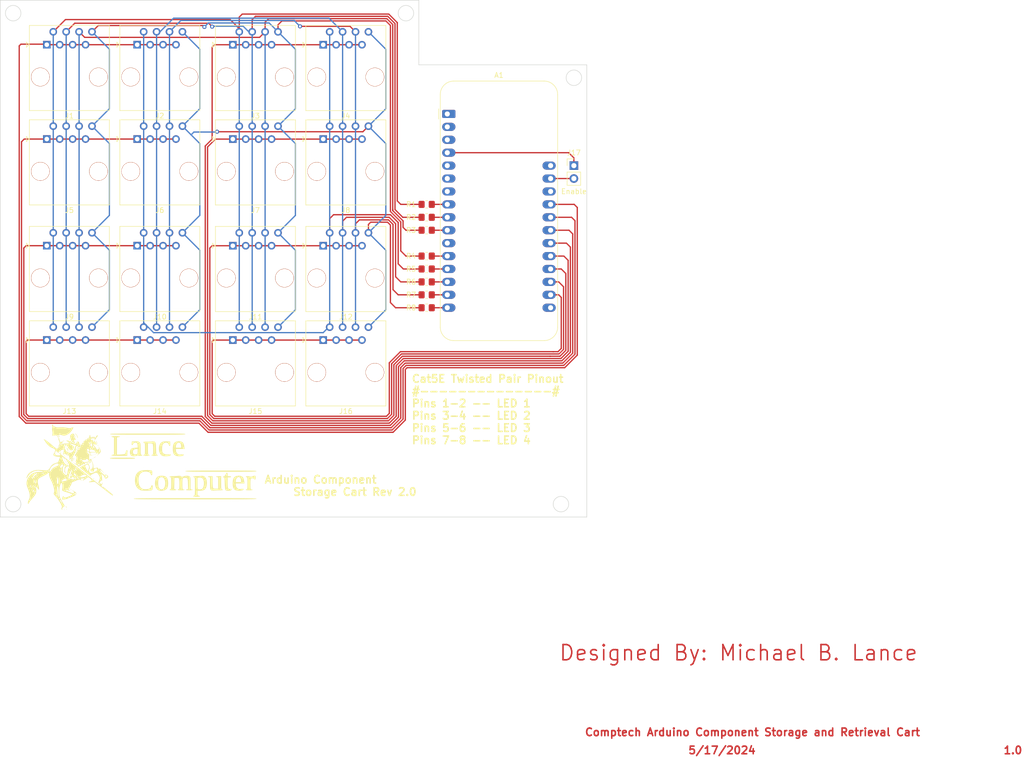
<source format=kicad_pcb>
(kicad_pcb (version 20240108) (generator "pcbnew") (generator_version "8.0")
  (layers (0 "F.Cu" signal) (31 "B.Cu" signal) (34 "B.Paste" user) (35 "F.Paste" user) (36 "B.SilkS" user "B.Silkscreen") (37 "F.SilkS" user "F.Silkscreen") (38 "B.Mask" user) (39 "F.Mask" user) (44 "Edge.Cuts" user))
  (net 0 "")
  (net 4 "R5")
  (net 5 "R8")
  (net 6 "R2")
  (net 8 "C7")
  (net 11 "R4")
  (net 13 "C3")
  (net 14 "C8")
  (net 15 "R6")
  (net 16 "R7")
  (net 17 "C4")
  (net 18 "C6")
  (net 19 "R1")
  (net 20 "C5")
  (net 22 "C1")
  (net 23 "C2")
  (net 25 "R3")
  (net 27 "Net-(A1-A4)")
  (net 28 "Net-(A1-A3)")
  (net 29 "Net-(A1-A5)")
  (net 30 "Net-(A1-MOSI)")
  (net 31 "Net-(A1-RX)")
  (net 32 "Net-(A1-MISO)")
  (net 33 "Net-(A1-TX)")
  (net 34 "Net-(A1-SPARE)")
  (net 35 "Net-(A1-EN)")
  (net 36 "GND")
  (footprint "Connector_RJ:RJ45_OST_PJ012-8P8CX_Vertical" (layer "F.Cu") (at 80.269 93.972)
    (property "Reference" "J9")
    (property "Value" "RJ45")
  )
  (footprint "Resistor_SMD:R_0805_2012Metric_Pad1.20x1.40mm_HandSolder" (layer "F.Cu") (at 154.956 98.552)
    (property "Reference" "R5")
    (property "Value" "R")
  )
  (footprint "Connector_RJ:RJ45_OST_PJ012-8P8CX_Vertical" (layer "F.Cu") (at 134.615 93.98)
    (property "Reference" "J12")
    (property "Value" "RJ45")
  )
  (footprint "Resistor_SMD:R_0805_2012Metric_Pad1.20x1.40mm_HandSolder" (layer "F.Cu") (at 154.956 85.852 180)
    (property "Reference" "R1")
    (property "Value" "R")
  )
  (footprint "Connector_RJ:RJ45_OST_PJ012-8P8CX_Vertical" (layer "F.Cu") (at 80.269 54.458)
    (property "Reference" "J1")
    (property "Value" "RJ45")
  )
  (footprint "Connector_RJ:RJ45_OST_PJ012-8P8CX_Vertical" (layer "F.Cu") (at 134.615 54.466)
    (property "Reference" "J4")
    (property "Value" "RJ45")
  )
  (footprint "Connector_RJ:RJ45_OST_PJ012-8P8CX_Vertical" (layer "F.Cu") (at 98.044 73.008)
    (property "Reference" "J6")
    (property "Value" "RJ45")
  )
  (footprint "Connector_RJ:RJ45_OST_PJ012-8P8CX_Vertical" (layer "F.Cu") (at 80.269 73.008)
    (property "Reference" "J5")
    (property "Value" "RJ45")
  )
  (footprint "Connector_RJ:RJ45_OST_PJ012-8P8CX_Vertical" (layer "F.Cu") (at 116.84 93.98)
    (property "Reference" "J11")
    (property "Value" "RJ45")
  )
  (footprint "Connector_RJ:RJ45_OST_PJ012-8P8CX_Vertical" (layer "F.Cu") (at 116.84 112.53)
    (property "Reference" "J15")
    (property "Value" "RJ45")
  )
  (footprint "Connector_RJ:RJ45_OST_PJ012-8P8CX_Vertical" (layer "F.Cu") (at 116.84 54.466)
    (property "Reference" "J3")
    (property "Value" "RJ45")
  )
  (footprint "LOGO" (layer "F.Cu") (at 99.06 137.668)
    (property "Reference" "G***" (hide yes))
    (property "Value" "LOGO" (hide yes))
  )
  (footprint "Resistor_SMD:R_0805_2012Metric_Pad1.20x1.40mm_HandSolder" (layer "F.Cu") (at 154.956 101.092)
    (property "Reference" "R6")
    (property "Value" "R")
  )
  (footprint "Resistor_SMD:R_0805_2012Metric_Pad1.20x1.40mm_HandSolder" (layer "F.Cu") (at 154.956 88.392 180)
    (property "Reference" "R2")
    (property "Value" "R")
  )
  (footprint "Resistor_SMD:R_0805_2012Metric_Pad1.20x1.40mm_HandSolder" (layer "F.Cu") (at 154.956 103.632)
    (property "Reference" "R7")
    (property "Value" "R")
  )
  (footprint "Connector_RJ:RJ45_OST_PJ012-8P8CX_Vertical" (layer "F.Cu") (at 98.044 93.972)
    (property "Reference" "J10")
    (property "Value" "RJ45")
  )
  (footprint "Connector_RJ:RJ45_OST_PJ012-8P8CX_Vertical" (layer "F.Cu") (at 134.615 73.016)
    (property "Reference" "J8")
    (property "Value" "RJ45")
  )
  (footprint "Connector_RJ:RJ45_OST_PJ012-8P8CX_Vertical" (layer "F.Cu") (at 134.615 112.53)
    (property "Reference" "J16")
    (property "Value" "RJ45")
  )
  (footprint "Connector_RJ:RJ45_OST_PJ012-8P8CX_Vertical" (layer "F.Cu") (at 80.269 112.522)
    (property "Reference" "J13")
    (property "Value" "RJ45")
  )
  (footprint "Connector_RJ:RJ45_OST_PJ012-8P8CX_Vertical" (layer "F.Cu") (at 116.84 73.016)
    (property "Reference" "J7")
    (property "Value" "RJ45")
  )
  (footprint "Resistor_SMD:R_0805_2012Metric_Pad1.20x1.40mm_HandSolder" (layer "F.Cu") (at 154.956 96.012)
    (property "Reference" "R4")
    (property "Value" "R")
  )
  (footprint "Resistor_SMD:R_0805_2012Metric_Pad1.20x1.40mm_HandSolder" (layer "F.Cu") (at 154.956 106.172)
    (property "Reference" "R8")
    (property "Value" "R")
  )
  (footprint "Module:Adafruit_Feather" (layer "F.Cu") (at 159.004 68.072)
    (property "Reference" "A1")
    (property "Value" "Adafruit_Feather_Generic")
  )
  (footprint "Connector_RJ:RJ45_OST_PJ012-8P8CX_Vertical" (layer "F.Cu") (at 98.044 54.458)
    (property "Reference" "J2")
    (property "Value" "RJ45")
  )
  (footprint "Resistor_SMD:R_0805_2012Metric_Pad1.20x1.40mm_HandSolder" (layer "F.Cu") (at 154.956 90.932 180)
    (property "Reference" "R3")
    (property "Value" "R")
  )
  (footprint "Connector_PinHeader_2.54mm:PinHeader_1x02_P2.54mm_Vertical" (layer "F.Cu") (at 183.896 78.232)
    (property "Reference" "J17")
    (property "Value" "Enable")
  )
  (footprint "Connector_RJ:RJ45_OST_PJ012-8P8CX_Vertical" (layer "F.Cu") (at 98.044 112.522)
    (property "Reference" "J14")
    (property "Value" "RJ45")
  )
  (gr_circle (center 150.876 48.26) (end 150.876 49.784) (stroke (width 0.1)) (fill none) (layer "Edge.Cuts"))
  (gr_circle (center 181.356 144.78) (end 181.356 146.304) (stroke (width 0.1)) (fill none) (layer "Edge.Cuts"))
  (gr_line (start 186.436 58.42) (end 153.416 58.42) (stroke (width 0.1)) (layer "Edge.Cuts"))
  (gr_line (start 147.32 45.72) (end 153.416 45.72) (stroke (width 0.1)) (layer "Edge.Cuts"))
  (gr_line (start 186.436 147.32) (end 71.12 147.32) (stroke (width 0.1)) (layer "Edge.Cuts"))
  (gr_line (start 71.12 147.32) (end 71.12 45.72) (stroke (width 0.1)) (layer "Edge.Cuts"))
  (gr_line (start 186.436 58.42) (end 186.436 147.32) (stroke (width 0.1)) (layer "Edge.Cuts"))
  (gr_circle (center 73.66 48.26) (end 73.66 49.784) (stroke (width 0.1)) (fill none) (layer "Edge.Cuts"))
  (gr_line (start 71.12 45.72) (end 147.32 45.72) (stroke (width 0.1)) (layer "Edge.Cuts"))
  (gr_circle (center 73.66 144.78) (end 73.66 146.304) (stroke (width 0.1)) (fill none) (layer "Edge.Cuts"))
  (gr_circle (center 183.896 60.96) (end 183.896 62.484) (stroke (width 0.1)) (fill none) (layer "Edge.Cuts"))
  (gr_line (start 153.416 58.42) (end 153.416 45.72) (stroke (width 0.1)) (layer "Edge.Cuts"))
  (gr_text "Designed By: Michael B. Lance\n" (at 180.848 175.768 0) (layer "F.Cu") (effects (font (size 3 3) (thickness 0.3) (bold yes)) (justify left bottom)))
  (gr_text "Comptech Arduino Component Storage and Retrieval Cart" (at 185.928 190.5 0) (layer "F.Cu") (effects (font (size 1.5 1.5) (thickness 0.3) (bold yes)) (justify left bottom)))
  (gr_text "5/17/2024\n" (at 206.248 194.056 0) (layer "F.Cu") (effects (font (size 1.5 1.5) (thickness 0.3) (bold yes)) (justify left bottom)))
  (gr_text "1.0\n" (at 268.224 194.056 0) (layer "F.Cu") (effects (font (size 1.5 1.5) (thickness 0.3) (bold yes)) (justify left bottom)))
  (gr_text "Arduino Component \n	Storage Cart Rev 2.0\n" (at 122.936 143.256 0) (layer "F.SilkS") (effects (font (size 1.5 1.5) (thickness 0.3) (bold yes)) (justify left bottom)))
  (gr_text "Cat5E Twisted Pair Pinout\n#--------------#\nPins 1-2 -- LED 1\nPins 3-4 -- LED 2\nPins 5-6 -- LED 3\nPins 7-8 -- LED 4" (at 151.892 133.096 0) (layer "F.SilkS") (effects (font (size 1.5 1.5) (thickness 0.3) (bold yes)) (justify left bottom)))
  (segment (start 183.664 91.658) (end 182.938 90.932) (width 0.25) (layer "F.Cu") (net 4))
  (segment (start 147.97598 129.758) (end 149.86 127.87398) (width 0.25) (layer "F.Cu") (net 4))
  (segment (start 182.938 90.932) (end 179.89 90.932) (width 0.25) (layer "F.Cu") (net 4))
  (segment (start 110.551604 127.958) (end 112.351604 129.758) (width 0.25) (layer "F.Cu") (net 4))
  (segment (start 87.889 93.972) (end 98.044 93.972) (width 0.25) (layer "F.Cu") (net 4))
  (segment (start 112.351604 129.758) (end 147.97598 129.758) (width 0.25) (layer "F.Cu") (net 4))
  (segment (start 179.832 90.932) (end 179.324 90.932) (width 0.25) (layer "F.Cu") (net 4))
  (segment (start 183.664 115.109782) (end 183.664 91.658) (width 0.25) (layer "F.Cu") (net 4))
  (segment (start 75.75 127.186396) (end 76.521604 127.958) (width 0.25) (layer "F.Cu") (net 4))
  (segment (start 76.208 93.972) (end 75.75 94.43) (width 0.25) (layer "F.Cu") (net 4))
  (segment (start 149.86 127.87398) (end 149.86 117.933) (width 0.25) (layer "F.Cu") (net 4))
  (segment (start 82.809 93.972) (end 85.349 93.972) (width 0.25) (layer "F.Cu") (net 4))
  (segment (start 98.044 93.972) (end 100.584 93.972) (width 0.25) (layer "F.Cu") (net 4))
  (segment (start 149.86 117.933) (end 150.735 117.058) (width 0.25) (layer "F.Cu") (net 4))
  (segment (start 181.715782 117.058) (end 183.664 115.109782) (width 0.25) (layer "F.Cu") (net 4))
  (segment (start 100.584 93.972) (end 103.124 93.972) (width 0.25) (layer "F.Cu") (net 4))
  (segment (start 75.75 94.43) (end 75.75 127.186396) (width 0.25) (layer "F.Cu") (net 4))
  (segment (start 80.269 93.972) (end 82.809 93.972) (width 0.25) (layer "F.Cu") (net 4))
  (segment (start 85.349 93.972) (end 87.889 93.972) (width 0.25) (layer "F.Cu") (net 4))
  (segment (start 179.832 90.932) (end 179.324 90.932) (width 0.25) (layer "F.Cu") (net 4))
  (segment (start 76.521604 127.958) (end 110.551604 127.958) (width 0.25) (layer "F.Cu") (net 4))
  (segment (start 103.124 93.972) (end 105.664 93.972) (width 0.25) (layer "F.Cu") (net 4))
  (segment (start 80.269 93.972) (end 76.208 93.972) (width 0.25) (layer "F.Cu") (net 4))
  (segment (start 150.735 117.058) (end 181.715782 117.058) (width 0.25) (layer "F.Cu") (net 4))
  (segment (start 147.61 117.001) (end 149.803 114.808) (width 0.25) (layer "F.Cu") (net 5))
  (segment (start 113.022 112.53) (end 112.776 112.776) (width 0.25) (layer "F.Cu") (net 5))
  (segment (start 113.284396 127.508) (end 147.044 127.508) (width 0.25) (layer "F.Cu") (net 5))
  (segment (start 147.61 126.942) (end 147.61 117.001) (width 0.25) (layer "F.Cu") (net 5))
  (segment (start 142.235 112.53) (end 139.695 112.53) (width 0.25) (layer "F.Cu") (net 5))
  (segment (start 116.84 112.53) (end 113.022 112.53) (width 0.25) (layer "F.Cu") (net 5))
  (segment (start 112.776 112.776) (end 112.776 126.999604) (width 0.25) (layer "F.Cu") (net 5))
  (segment (start 137.155 112.53) (end 134.615 112.53) (width 0.25) (layer "F.Cu") (net 5))
  (segment (start 119.38 112.53) (end 116.84 112.53) (width 0.25) (layer "F.Cu") (net 5))
  (segment (start 179.832 114.808) (end 180.783802 114.808) (width 0.25) (layer "F.Cu") (net 5))
  (segment (start 147.044 127.508) (end 147.61 126.942) (width 0.25) (layer "F.Cu") (net 5))
  (segment (start 179.832 114.808) (end 179.831802 114.807802) (width 0.25) (layer "F.Cu") (net 5))
  (segment (start 121.92 112.53) (end 119.38 112.53) (width 0.25) (layer "F.Cu") (net 5))
  (segment (start 134.615 112.53) (end 124.46 112.53) (width 0.25) (layer "F.Cu") (net 5))
  (segment (start 139.695 112.53) (end 137.155 112.53) (width 0.25) (layer "F.Cu") (net 5))
  (segment (start 124.46 112.53) (end 121.92 112.53) (width 0.25) (layer "F.Cu") (net 5))
  (segment (start 181.414 104.14) (end 180.906 103.632) (width 0.25) (layer "F.Cu") (net 5))
  (segment (start 149.803 114.808) (end 179.832 114.808) (width 0.25) (layer "F.Cu") (net 5))
  (segment (start 180.906 103.632) (end 179.324 103.632) (width 0.25) (layer "F.Cu") (net 5))
  (segment (start 180.783802 114.808) (end 181.414 114.177802) (width 0.25) (layer "F.Cu") (net 5))
  (segment (start 181.414 114.177802) (end 181.414 104.14) (width 0.25) (layer "F.Cu") (net 5))
  (segment (start 112.776 126.999604) (end 113.284396 127.508) (width 0.25) (layer "F.Cu") (net 5))
  (segment (start 147.603188 128.858) (end 112.725208 128.858) (width 0.25) (layer "F.Cu") (net 6))
  (segment (start 182.764 114.73699) (end 181.34299 116.158) (width 0.25) (layer "F.Cu") (net 6))
  (segment (start 112.776 73.0236) (end 112.776 54.974) (width 0.25) (layer "F.Cu") (net 6))
  (segment (start 148.96 117.56) (end 148.96 127.501188) (width 0.25) (layer "F.Cu") (net 6))
  (segment (start 124.46 54.466) (end 121.92 54.466) (width 0.25) (layer "F.Cu") (net 6))
  (segment (start 137.155 54.466) (end 134.615 54.466) (width 0.25) (layer "F.Cu") (net 6))
  (segment (start 179.382 96.012) (end 181.922 96.012) (width 0.25) (layer "F.Cu") (net 6))
  (segment (start 119.38 54.466) (end 116.84 54.466) (width 0.25) (layer "F.Cu") (net 6))
  (segment (start 148.96 127.501188) (end 147.603188 128.858) (width 0.25) (layer "F.Cu") (net 6))
  (segment (start 139.695 54.466) (end 137.155 54.466) (width 0.25) (layer "F.Cu") (net 6))
  (segment (start 121.92 54.466) (end 119.38 54.466) (width 0.25) (layer "F.Cu") (net 6))
  (segment (start 112.776 54.974) (end 113.284 54.466) (width 0.25) (layer "F.Cu") (net 6))
  (segment (start 112.725208 128.858) (end 111.426 127.558792) (width 0.25) (layer "F.Cu") (net 6))
  (segment (start 150.362 116.158) (end 148.96 117.56) (width 0.25) (layer "F.Cu") (net 6))
  (segment (start 113.284 54.466) (end 116.84 54.466) (width 0.25) (layer "F.Cu") (net 6))
  (segment (start 181.922 96.012) (end 182.764 96.854) (width 0.25) (layer "F.Cu") (net 6))
  (segment (start 111.426 127.558792) (end 111.426 74.3736) (width 0.25) (layer "F.Cu") (net 6))
  (segment (start 134.615 54.466) (end 124.46 54.466) (width 0.25) (layer "F.Cu") (net 6))
  (segment (start 181.34299 116.158) (end 150.362 116.158) (width 0.25) (layer "F.Cu") (net 6))
  (segment (start 142.235 54.466) (end 139.695 54.466) (width 0.25) (layer "F.Cu") (net 6))
  (segment (start 111.426 74.3736) (end 112.776 73.0236) (width 0.25) (layer "F.Cu") (net 6))
  (segment (start 182.764 96.854) (end 182.764 114.73699) (width 0.25) (layer "F.Cu") (net 6))
  (segment (start 139.8883 50.8493) (end 140.965 51.926) (width 0.25) (layer "F.Cu") (net 8))
  (segment (start 141.732 88.9) (end 147.448 88.9) (width 0.25) (layer "F.Cu") (net 8))
  (segment (start 147.448 88.9) (end 148.336 89.7876) (width 0.25) (layer "F.Cu") (net 8))
  (segment (start 130.048 50.8493) (end 139.8883 50.8493) (width 0.25) (layer "F.Cu") (net 8))
  (segment (start 149.352 103.632) (end 148.336 102.616) (width 0.25) (layer "F.Cu") (net 8))
  (segment (start 148.336 89.7876) (end 148.336 102.616) (width 0.25) (layer "F.Cu") (net 8))
  (segment (start 153.956 103.632) (end 149.352 103.632) (width 0.25) (layer "F.Cu") (net 8))
  (segment (start 140.965 89.667) (end 141.732 88.9) (width 0.25) (layer "F.Cu") (net 8))
  (segment (start 140.965 91.44) (end 140.965 89.667) (width 0.25) (layer "F.Cu") (net 8))
  (via (at 130.048 50.8493) (size 0.8) (drill 0.4) (layers "F.Cu" "B.Cu") (net 8))
  (segment (start 140.965 70.476) (end 140.965 91.44) (width 0.25) (layer "B.Cu") (net 8))
  (segment (start 140.965 91.44) (end 140.965 109.99) (width 0.25) (layer "B.Cu") (net 8))
  (segment (start 104.394 51.918) (end 104.394 70.468) (width 0.25) (layer "B.Cu") (net 8))
  (segment (start 130.048 50.8493) (end 128.8944 49.6957) (width 0.25) (layer "B.Cu") (net 8))
  (segment (start 106.6163 49.6957) (end 104.394 51.918) (width 0.25) (layer "B.Cu") (net 8))
  (segment (start 104.394 70.468) (end 104.394 91.432) (width 0.25) (layer "B.Cu") (net 8))
  (segment (start 128.8944 49.6957) (end 106.6163 49.6957) (width 0.25) (layer "B.Cu") (net 8))
  (segment (start 104.394 91.432) (end 104.394 109.982) (width 0.25) (layer "B.Cu") (net 8))
  (segment (start 140.965 51.926) (end 140.965 70.476) (width 0.25) (layer "B.Cu") (net 8))
  (segment (start 148.51 127.314792) (end 147.416792 128.408) (width 0.25) (layer "F.Cu") (net 11))
  (segment (start 182.314 99.452) (end 181.414 98.552) (width 0.25) (layer "F.Cu") (net 11))
  (segment (start 148.51 117.374) (end 148.51 127.314792) (width 0.25) (layer "F.Cu") (net 11))
  (segment (start 111.876 127.372396) (end 111.876 74.56) (width 0.25) (layer "F.Cu") (net 11))
  (segment (start 121.92 73.016) (end 119.38 73.016) (width 0.25) (layer "F.Cu") (net 11))
  (segment (start 179.247 115.708) (end 181.156594 115.708) (width 0.25) (layer "F.Cu") (net 11))
  (segment (start 111.876 74.56) (end 113.42 73.016) (width 0.25) (layer "F.Cu") (net 11))
  (segment (start 134.615 73.016) (end 124.46 73.016) (width 0.25) (layer "F.Cu") (net 11))
  (segment (start 179.246604 115.708) (end 150.176 115.708) (width 0.25) (layer "F.Cu") (net 11))
  (segment (start 182.314 114.550594) (end 182.314 99.452) (width 0.25) (layer "F.Cu") (net 11))
  (segment (start 181.414 98.552) (end 179.382 98.552) (width 0.25) (layer "F.Cu") (net 11))
  (segment (start 112.911604 128.408) (end 111.876 127.372396) (width 0.25) (layer "F.Cu") (net 11))
  (segment (start 142.235 73.016) (end 139.695 73.016) (width 0.25) (layer "F.Cu") (net 11))
  (segment (start 150.176 115.708) (end 148.51 117.374) (width 0.25) (layer "F.Cu") (net 11))
  (segment (start 113.42 73.016) (end 116.84 73.016) (width 0.25) (layer "F.Cu") (net 11))
  (segment (start 119.38 73.016) (end 116.84 73.016) (width 0.25) (layer "F.Cu") (net 11))
  (segment (start 147.416792 128.408) (end 112.911604 128.408) (width 0.25) (layer "F.Cu") (net 11))
  (segment (start 139.695 73.016) (end 137.155 73.016) (width 0.25) (layer "F.Cu") (net 11))
  (segment (start 124.46 73.016) (end 121.92 73.016) (width 0.25) (layer "F.Cu") (net 11))
  (segment (start 179.246802 115.707802) (end 179.246604 115.708) (width 0.25) (layer "F.Cu") (net 11))
  (segment (start 137.155 73.016) (end 134.615 73.016) (width 0.25) (layer "F.Cu") (net 11))
  (segment (start 181.156594 115.708) (end 182.314 114.550594) (width 0.25) (layer "F.Cu") (net 11))
  (segment (start 122.099 53.017) (end 123.19 51.926) (width 0.25) (layer "F.Cu") (net 13))
  (segment (start 148.278 86.868) (end 148.278 87.0612) (width 0.25) (layer "F.Cu") (net 13))
  (segment (start 148.278 86.868) (end 148.278 87.061204) (width 0.25) (layer "F.Cu") (net 13))
  (segment (start 123.894 49.334) (end 147.121 49.334) (width 0.25) (layer "F.Cu") (net 13))
  (segment (start 150.31 90.366) (end 150.876 90.932) (width 0.25) (layer "F.Cu") (net 13))
  (segment (start 123.19 51.926) (end 123.19 50.038) (width 0.25) (layer "F.Cu") (net 13))
  (segment (start 148.278 87.061204) (end 150.31 89.093204) (width 0.25) (layer "F.Cu") (net 13))
  (segment (start 147.121 49.334) (end 148.278 50.4908) (width 0.25) (layer "F.Cu") (net 13))
  (segment (start 148.278 50.4908) (end 148.278 86.868) (width 0.25) (layer "F.Cu") (net 13))
  (segment (start 123.19 50.038) (end 123.894 49.334) (width 0.25) (layer "F.Cu") (net 13))
  (segment (start 150.876 90.932) (end 153.956 90.932) (width 0.25) (layer "F.Cu") (net 13))
  (segment (start 86.619 51.918) (end 87.718 53.017) (width 0.25) (layer "F.Cu") (net 13))
  (segment (start 87.718 53.017) (end 122.099 53.017) (width 0.25) (layer "F.Cu") (net 13))
  (segment (start 150.31 89.093204) (end 150.31 90.366) (width 0.25) (layer "F.Cu") (net 13))
  (segment (start 86.619 70.468) (end 86.619 91.432) (width 0.25) (layer "B.Cu") (net 13))
  (segment (start 86.619 51.918) (end 86.619 70.468) (width 0.25) (layer "B.Cu") (net 13))
  (segment (start 123.19 91.44) (end 123.19 109.99) (width 0.25) (layer "B.Cu") (net 13))
  (segment (start 123.19 70.476) (end 123.19 91.44) (width 0.25) (layer "B.Cu") (net 13))
  (segment (start 86.619 91.432) (end 86.619 109.982) (width 0.25) (layer "B.Cu") (net 13))
  (segment (start 123.19 51.926) (end 123.19 70.476) (width 0.25) (layer "B.Cu") (net 13))
  (segment (start 143.505 70.476) (end 142.4143 71.5667) (width 0.25) (layer "F.Cu") (net 14))
  (segment (start 153.956 106.172) (end 148.844 106.172) (width 0.25) (layer "F.Cu") (net 14))
  (segment (start 143.505 91.44) (end 143.505 89.7954) (width 0.25) (layer "F.Cu") (net 14))
  (segment (start 147.828 89.916) (end 147.828 105.156) (width 0.25) (layer "F.Cu") (net 14))
  (segment (start 142.4143 71.5667) (end 113.7422 71.5667) (width 0.25) (layer "F.Cu") (net 14))
  (segment (start 147.828 105.156) (end 148.844 106.172) (width 0.25) (layer "F.Cu") (net 14))
  (segment (start 143.505 89.7954) (end 143.95 89.35) (width 0.25) (layer "F.Cu") (net 14))
  (segment (start 147.262 89.35) (end 147.828 89.916) (width 0.25) (layer "F.Cu") (net 14))
  (segment (start 143.95 89.35) (end 147.262 89.35) (width 0.25) (layer "F.Cu") (net 14))
  (via (at 113.7422 71.5667) (size 0.8) (drill 0.4) (layers "F.Cu" "B.Cu") (net 14))
  (segment (start 143.505 70.476) (end 146.925 73.896) (width 0.25) (layer "B.Cu") (net 14))
  (segment (start 143.505 51.926) (end 146.925 55.346) (width 0.25) (layer "B.Cu") (net 14))
  (segment (start 106.934 91.432) (end 110.354 94.852) (width 0.25) (layer "B.Cu") (net 14))
  (segment (start 110.354 55.338) (end 106.934 51.918) (width 0.25) (layer "B.Cu") (net 14))
  (segment (start 113.6809 71.628) (end 113.7422 71.5667) (width 0.25) (layer "B.Cu") (net 14))
  (segment (start 110.354 88.012) (end 106.934 91.432) (width 0.25) (layer "B.Cu") (net 14))
  (segment (start 108.644 72.178) (end 109.194 71.628) (width 0.25) (layer "B.Cu") (net 14))
  (segment (start 108.644 72.178) (end 110.354 73.888) (width 0.25) (layer "B.Cu") (net 14))
  (segment (start 146.925 55.346) (end 146.925 67.056) (width 0.25) (layer "B.Cu") (net 14))
  (segment (start 146.925 73.896) (end 146.925 88.02) (width 0.25) (layer "B.Cu") (net 14))
  (segment (start 106.934 70.468) (end 108.644 72.178) (width 0.25) (layer "B.Cu") (net 14))
  (segment (start 109.194 71.628) (end 113.6809 71.628) (width 0.25) (layer "B.Cu") (net 14))
  (segment (start 146.925 94.86) (end 146.925 106.57) (width 0.25) (layer "B.Cu") (net 14))
  (segment (start 110.354 94.852) (end 110.354 106.562) (width 0.25) (layer "B.Cu") (net 14))
  (segment (start 146.925 67.056) (end 143.505 70.476) (width 0.25) (layer "B.Cu") (net 14))
  (segment (start 110.354 73.888) (end 110.354 88.012) (width 0.25) (layer "B.Cu") (net 14))
  (segment (start 146.925 106.57) (end 143.505 109.99) (width 0.25) (layer "B.Cu") (net 14))
  (segment (start 110.354 55.338) (end 110.354 67.048) (width 0.25) (layer "B.Cu") (net 14))
  (segment (start 146.925 88.02) (end 143.505 91.44) (width 0.25) (layer "B.Cu") (net 14))
  (segment (start 143.505 91.44) (end 146.925 94.86) (width 0.25) (layer "B.Cu") (net 14))
  (segment (start 110.354 67.048) (end 106.934 70.468) (width 0.25) (layer "B.Cu") (net 14))
  (segment (start 110.354 106.562) (end 106.934 109.982) (width 0.25) (layer "B.Cu") (net 14))
  (segment (start 148.06 127.128396) (end 148.06 117.188) (width 0.25) (layer "F.Cu") (net 15))
  (segment (start 116.84 93.98) (end 112.776 93.98) (width 0.25) (layer "F.Cu") (net 15))
  (segment (start 149.99 115.258) (end 180.970198 115.258) (width 0.25) (layer "F.Cu") (net 15))
  (segment (start 139.695 93.98) (end 142.235 93.98) (width 0.25) (layer "F.Cu") (net 15))
  (segment (start 112.326 94.43) (end 112.326 127.186) (width 0.25) (layer "F.Cu") (net 15))
  (segment (start 121.92 93.98) (end 124.46 93.98) (width 0.25) (layer "F.Cu") (net 15))
  (segment (start 112.776 93.98) (end 112.326 94.43) (width 0.25) (layer "F.Cu") (net 15))
  (segment (start 148.06 117.188) (end 149.99 115.258) (width 0.25) (layer "F.Cu") (net 15))
  (segment (start 181.864 114.364198) (end 181.864 102.05) (width 0.25) (layer "F.Cu") (net 15))
  (segment (start 116.84 93.98) (end 119.38 93.98) (width 0.25) (layer "F.Cu") (net 15))
  (segment (start 180.906 101.092) (end 179.324 101.092) (width 0.25) (layer "F.Cu") (net 15))
  (segment (start 181.864 102.05) (end 180.906 101.092) (width 0.25) (layer "F.Cu") (net 15))
  (segment (start 119.38 93.98) (end 121.92 93.98) (width 0.25) (layer "F.Cu") (net 15))
  (segment (start 137.155 93.98) (end 139.695 93.98) (width 0.25) (layer "F.Cu") (net 15))
  (segment (start 134.615 93.98) (end 137.155 93.98) (width 0.25) (layer "F.Cu") (net 15))
  (segment (start 180.970198 115.258) (end 181.864 114.364198) (width 0.25) (layer "F.Cu") (net 15))
  (segment (start 112.326 127.186) (end 113.098 127.958) (width 0.25) (layer "F.Cu") (net 15))
  (segment (start 124.46 93.98) (end 134.615 93.98) (width 0.25) (layer "F.Cu") (net 15))
  (segment (start 147.230396 127.958) (end 148.06 127.128396) (width 0.25) (layer "F.Cu") (net 15))
  (segment (start 113.098 127.958) (end 147.230396 127.958) (width 0.25) (layer "F.Cu") (net 15))
  (segment (start 149.41 127.687584) (end 147.789584 129.308) (width 0.25) (layer "F.Cu") (net 16))
  (segment (start 76.2 112.776) (end 76.454 112.522) (width 0.25) (layer "F.Cu") (net 16))
  (segment (start 147.789584 129.308) (end 112.538 129.308) (width 0.25) (layer "F.Cu") (net 16))
  (segment (start 76.2 127) (end 76.2 112.776) (width 0.25) (layer "F.Cu") (net 16))
  (segment (start 85.349 112.522) (end 82.809 112.522) (width 0.25) (layer "F.Cu") (net 16))
  (segment (start 98.044 112.522) (end 87.889 112.522) (width 0.25) (layer "F.Cu") (net 16))
  (segment (start 150.548396 116.608) (end 149.41 117.746396) (width 0.25) (layer "F.Cu") (net 16))
  (segment (start 181.529386 116.608) (end 150.548396 116.608) (width 0.25) (layer "F.Cu") (net 16))
  (segment (start 110.738 127.508) (end 76.708 127.508) (width 0.25) (layer "F.Cu") (net 16))
  (segment (start 179.382 93.472) (end 182.43 93.472) (width 0.25) (layer "F.Cu") (net 16))
  (segment (start 76.708 127.508) (end 76.2 127) (width 0.25) (layer "F.Cu") (net 16))
  (segment (start 149.41 117.746396) (end 149.41 127.687584) (width 0.25) (layer "F.Cu") (net 16))
  (segment (start 87.889 112.522) (end 85.349 112.522) (width 0.25) (layer "F.Cu") (net 16))
  (segment (start 103.124 112.522) (end 100.584 112.522) (width 0.25) (layer "F.Cu") (net 16))
  (segment (start 183.214 114.923386) (end 181.529386 116.608) (width 0.25) (layer "F.Cu") (net 16))
  (segment (start 100.584 112.522) (end 98.044 112.522) (width 0.25) (layer "F.Cu") (net 16))
  (segment (start 76.454 112.522) (end 80.269 112.522) (width 0.25) (layer "F.Cu") (net 16))
  (segment (start 105.664 112.522) (end 103.124 112.522) (width 0.25) (layer "F.Cu") (net 16))
  (segment (start 82.809 112.522) (end 80.269 112.522) (width 0.25) (layer "F.Cu") (net 16))
  (segment (start 182.43 93.472) (end 183.214 94.256) (width 0.25) (layer "F.Cu") (net 16))
  (segment (start 183.214 94.256) (end 183.214 114.923386) (width 0.25) (layer "F.Cu") (net 16))
  (segment (start 112.538 129.308) (end 110.738 127.508) (width 0.25) (layer "F.Cu") (net 16))
  (segment (start 110.977 50.6894) (end 90.3876 50.6894) (width 0.25) (layer "F.Cu") (net 17))
  (segment (start 90.3876 50.6894) (end 89.159 51.918) (width 0.25) (layer "F.Cu") (net 17))
  (segment (start 149.86 89.2796) (end 149.86 94.996) (width 0.25) (layer "F.Cu") (net 17))
  (segment (start 125.73 50.546) (end 126.492 49.784) (width 0.25) (layer "F.Cu") (net 17))
  (segment (start 111.252 50.9644) (end 110.977 50.6894) (width 0.25) (layer "F.Cu") (net 17))
  (segment (start 125.73 51.926) (end 125.73 50.546) (width 0.25) (layer "F.Cu") (net 17))
  (segment (start 126.492 49.784) (end 146.935 49.784) (width 0.25) (layer "F.Cu") (net 17))
  (segment (start 147.828 87.2476) (end 149.86 89.2796) (width 0.25) (layer "F.Cu") (net 17))
  (segment (start 146.935 49.784) (end 147.828 50.6772) (width 0.25) (layer "F.Cu") (net 17))
  (segment (start 147.828 50.6772) (end 147.828 87.2476) (width 0.25) (layer "F.Cu") (net 17))
  (segment (start 153.956 96.012) (end 150.876 96.012) (width 0.25) (layer "F.Cu") (net 17))
  (segment (start 150.876 96.012) (end 149.86 94.996) (width 0.25) (layer "F.Cu") (net 17))
  (via (at 111.252 50.9644) (size 0.8) (drill 0.4) (layers "F.Cu" "B.Cu") (net 17))
  (segment (start 125.73 91.44) (end 129.15 88.02) (width 0.25) (layer "B.Cu") (net 17))
  (segment (start 129.15 67.056) (end 129.15 55.346) (width 0.25) (layer "B.Cu") (net 17))
  (segment (start 112.0339 50.1825) (end 123.9865 50.1825) (width 0.25) (layer "B.Cu") (net 17))
  (segment (start 92.579 106.562) (end 89.159 109.982) (width 0.25) (layer "B.Cu") (net 17))
  (segment (start 129.15 106.57) (end 125.73 109.99) (width 0.25) (layer "B.Cu") (net 17))
  (segment (start 111.252 50.9644) (end 112.0339 50.1825) (width 0.25) (layer "B.Cu") (net 17))
  (segment (start 92.579 55.338) (end 92.579 67.048) (width 0.25) (layer "B.Cu") (net 17))
  (segment (start 129.15 94.86) (end 129.15 106.57) (width 0.25) (layer "B.Cu") (net 17))
  (segment (start 92.579 73.888) (end 92.579 88.012) (width 0.25) (layer "B.Cu") (net 17))
  (segment (start 92.579 88.012) (end 89.159 91.432) (width 0.25) (layer "B.Cu") (net 17))
  (segment (start 89.159 51.918) (end 92.579 55.338) (width 0.25) (layer "B.Cu") (net 17))
  (segment (start 125.73 91.44) (end 129.15 94.86) (width 0.25) (layer "B.Cu") (net 17))
  (segment (start 129.15 88.02) (end 129.15 73.896) (width 0.25) (layer "B.Cu") (net 17))
  (segment (start 92.579 94.852) (end 92.579 106.562) (width 0.25) (layer "B.Cu") (net 17))
  (segment (start 129.15 55.346) (end 125.73 51.926) (width 0.25) (layer "B.Cu") (net 17))
  (segment (start 125.73 70.476) (end 129.15 67.056) (width 0.25) (layer "B.Cu") (net 17))
  (segment (start 89.159 91.432) (end 92.579 94.852) (width 0.25) (layer "B.Cu") (net 17))
  (segment (start 129.15 73.896) (end 125.73 70.476) (width 0.25) (layer "B.Cu") (net 17))
  (segment (start 92.579 67.048) (end 89.159 70.468) (width 0.25) (layer "B.Cu") (net 17))
  (segment (start 123.9865 50.1825) (end 125.73 51.926) (width 0.25) (layer "B.Cu") (net 17))
  (segment (start 89.159 70.468) (end 92.579 73.888) (width 0.25) (layer "B.Cu") (net 17))
  (segment (start 138.425 89.159) (end 139.192 88.392) (width 0.25) (layer "F.Cu") (net 18))
  (segment (start 147.577 88.392) (end 148.844 89.6592) (width 0.25) (layer "F.Cu") (net 18))
  (segment (start 138.425 91.44) (end 138.425 89.159) (width 0.25) (layer "F.Cu") (net 18))
  (segment (start 139.192 88.392) (end 147.577 88.392) (width 0.25) (layer "F.Cu") (net 18))
  (segment (start 148.844 89.6592) (end 148.844 100.076) (width 0.25) (layer "F.Cu") (net 18))
  (segment (start 148.844 100.076) (end 149.86 101.092) (width 0.25) (layer "F.Cu") (net 18))
  (segment (start 149.86 101.092) (end 153.956 101.092) (width 0.25) (layer "F.Cu") (net 18))
  (segment (start 101.854 52.5869) (end 101.854 70.468) (width 0.25) (layer "B.Cu") (net 18))
  (segment (start 101.854 51.918) (end 101.854 52.5869) (width 0.25) (layer "B.Cu") (net 18))
  (segment (start 138.425 91.44) (end 138.425 109.99) (width 0.25) (layer "B.Cu") (net 18))
  (segment (start 138.425 51.926) (end 135.7413 49.2423) (width 0.25) (layer "B.Cu") (net 18))
  (segment (start 105.1986 49.2423) (end 101.854 52.5869) (width 0.25) (layer "B.Cu") (net 18))
  (segment (start 101.854 91.432) (end 101.854 109.982) (width 0.25) (layer "B.Cu") (net 18))
  (segment (start 138.425 51.926) (end 138.425 70.476) (width 0.25) (layer "B.Cu") (net 18))
  (segment (start 101.854 70.468) (end 101.854 91.432) (width 0.25) (layer "B.Cu") (net 18))
  (segment (start 138.425 70.476) (end 138.425 91.44) (width 0.25) (layer "B.Cu") (net 18))
  (segment (start 135.7413 49.2423) (end 105.1986 49.2423) (width 0.25) (layer "B.Cu") (net 18))
  (segment (start 98.044 54.458) (end 87.889 54.458) (width 0.25) (layer "F.Cu") (net 19))
  (segment (start 85.349 54.458) (end 82.809 54.458) (width 0.25) (layer "F.Cu") (net 19))
  (segment (start 150.76 128.246772) (end 150.76 118.306) (width 0.25) (layer "F.Cu") (net 19))
  (segment (start 105.664 54.458) (end 103.124 54.458) (width 0.25) (layer "F.Cu") (net 19))
  (segment (start 182.088574 117.958) (end 184.564 115.482574) (width 0.25) (layer "F.Cu") (net 19))
  (segment (start 183.954 85.852) (end 179.382 85.852) (width 0.25) (layer "F.Cu") (net 19))
  (segment (start 111.978812 130.658) (end 148.348772 130.658) (width 0.25) (layer "F.Cu") (net 19))
  (segment (start 110.178812 128.858) (end 111.978812 130.658) (width 0.25) (layer "F.Cu") (net 19))
  (segment (start 74.85 127.559188) (end 76.148812 128.858) (width 0.25) (layer "F.Cu") (net 19))
  (segment (start 184.564 86.462) (end 183.954 85.852) (width 0.25) (layer "F.Cu") (net 19))
  (segment (start 100.584 54.458) (end 98.044 54.458) (width 0.25) (layer "F.Cu") (net 19))
  (segment (start 103.124 54.458) (end 100.584 54.458) (width 0.25) (layer "F.Cu") (net 19))
  (segment (start 148.348772 130.658) (end 150.76 128.246772) (width 0.25) (layer "F.Cu") (net 19))
  (segment (start 184.564 115.482574) (end 184.564 86.462) (width 0.25) (layer "F.Cu") (net 19))
  (segment (start 80.269 54.458) (end 80.167 54.356) (width 0.25) (layer "F.Cu") (net 19))
  (segment (start 151.108 117.958) (end 182.088574 117.958) (width 0.25) (layer "F.Cu") (net 19))
  (segment (start 82.809 54.458) (end 80.269 54.458) (width 0.25) (layer "F.Cu") (net 19))
  (segment (start 75.184 54.356) (end 74.85 54.69) (width 0.25) (layer "F.Cu") (net 19))
  (segment (start 74.85 54.69) (end 74.85 127.559188) (width 0.25) (layer "F.Cu") (net 19))
  (segment (start 87.889 54.458) (end 85.349 54.458) (width 0.25) (layer "F.Cu") (net 19))
  (segment (start 76.148812 128.858) (end 110.178812 128.858) (width 0.25) (layer "F.Cu") (net 19))
  (segment (start 150.76 118.306) (end 151.108 117.958) (width 0.25) (layer "F.Cu") (net 19))
  (segment (start 80.167 54.356) (end 75.184 54.356) (width 0.25) (layer "F.Cu") (net 19))
  (segment (start 135.885 88.651) (end 136.652 87.884) (width 0.25) (layer "F.Cu") (net 20))
  (segment (start 135.885 91.44) (end 135.885 88.651) (width 0.25) (layer "F.Cu") (net 20))
  (segment (start 153.956 98.552) (end 150.368 98.552) (width 0.25) (layer "F.Cu") (net 20))
  (segment (start 150.368 98.552) (end 149.352 97.536) (width 0.25) (layer "F.Cu") (net 20))
  (segment (start 149.352 89.408) (end 149.352 97.536) (width 0.25) (layer "F.Cu") (net 20))
  (segment (start 136.652 87.884) (end 147.828 87.884) (width 0.25) (layer "F.Cu") (net 20))
  (segment (start 147.828 87.884) (end 149.352 89.408) (width 0.25) (layer "F.Cu") (net 20))
  (segment (start 99.314 70.468) (end 99.314 91.432) (width 0.25) (layer "B.Cu") (net 20))
  (segment (start 99.314 91.432) (end 99.314 109.1171) (width 0.25) (layer "B.Cu") (net 20))
  (segment (start 135.885 91.44) (end 135.885 109.7928) (width 0.25) (layer "B.Cu") (net 20))
  (segment (start 135.885 109.7928) (end 135.885 109.99) (width 0.25) (layer "B.Cu") (net 20))
  (segment (start 101.2636 111.0667) (end 134.6111 111.0667) (width 0.25) (layer "B.Cu") (net 20))
  (segment (start 99.314 109.1171) (end 99.314 109.982) (width 0.25) (layer "B.Cu") (net 20))
  (segment (start 135.885 70.476) (end 135.885 91.44) (width 0.25) (layer "B.Cu") (net 20))
  (segment (start 99.314 51.918) (end 99.314 70.468) (width 0.25) (layer "B.Cu") (net 20))
  (segment (start 99.314 109.1171) (end 101.2636 111.0667) (width 0.25) (layer "B.Cu") (net 20))
  (segment (start 134.6111 111.0667) (end 135.885 109.7928) (width 0.25) (layer "B.Cu") (net 20))
  (segment (start 135.885 51.926) (end 135.885 70.476) (width 0.25) (layer "B.Cu") (net 20))
  (segment (start 83.9388 49.5182) (end 81.539 51.918) (width 0.25) (layer "F.Cu") (net 22))
  (segment (start 116.3202 49.5182) (end 83.9388 49.5182) (width 0.25) (layer "F.Cu") (net 22))
  (segment (start 149.178 85.17) (end 149.178 50.118) (width 0.25) (layer "F.Cu") (net 22))
  (segment (start 149.178 50.118) (end 147.494 48.434) (width 0.25) (layer "F.Cu") (net 22))
  (segment (start 118.11 49.022) (end 118.11 51.926) (width 0.25) (layer "F.Cu") (net 22))
  (segment (start 118.11 51.308) (end 116.3202 49.5182) (width 0.25) (layer "F.Cu") (net 22))
  (segment (start 147.494 48.434) (end 118.698 48.434) (width 0.25) (layer "F.Cu") (net 22))
  (segment (start 118.698 48.434) (end 118.11 49.022) (width 0.25) (layer "F.Cu") (net 22))
  (segment (start 149.86 85.852) (end 149.178 85.17) (width 0.25) (layer "F.Cu") (net 22))
  (segment (start 153.956 85.852) (end 149.86 85.852) (width 0.25) (layer "F.Cu") (net 22))
  (segment (start 118.11 109.99) (end 118.372 109.728) (width 0.25) (layer "F.Cu") (net 22))
  (segment (start 118.11 91.44) (end 118.11 109.99) (width 0.25) (layer "B.Cu") (net 22))
  (segment (start 118.11 51.926) (end 118.11 70.476) (width 0.25) (layer "B.Cu") (net 22))
  (segment (start 81.539 91.432) (end 81.539 109.982) (width 0.25) (layer "B.Cu") (net 22))
  (segment (start 81.539 51.918) (end 81.539 70.468) (width 0.25) (layer "B.Cu") (net 22))
  (segment (start 118.11 70.476) (end 118.11 91.44) (width 0.25) (layer "B.Cu") (net 22))
  (segment (start 81.539 70.468) (end 81.539 91.432) (width 0.25) (layer "B.Cu") (net 22))
  (segment (start 120.65 49.53) (end 121.296 48.884) (width 0.25) (layer "F.Cu") (net 23))
  (segment (start 150.252 88.392) (end 153.956 88.392) (width 0.25) (layer "F.Cu") (net 23))
  (segment (start 112.1079 50.2394) (end 85.7576 50.2394) (width 0.25) (layer "F.Cu") (net 23))
  (segment (start 148.728 86.868) (end 150.252 88.392) (width 0.25) (layer "F.Cu") (net 23))
  (segment (start 147.308 48.884) (end 148.728 50.3044) (width 0.25) (layer "F.Cu") (net 23))
  (segment (start 85.7576 50.2394) (end 84.079 51.918) (width 0.25) (layer "F.Cu") (net 23))
  (segment (start 112.776 50.9075) (end 112.1079 50.2394) (width 0.25) (layer "F.Cu") (net 23))
  (segment (start 120.65 51.926) (end 120.65 49.53) (width 0.25) (layer "F.Cu") (net 23))
  (segment (start 121.296 48.884) (end 147.308 48.884) (width 0.25) (layer "F.Cu") (net 23))
  (segment (start 148.728 50.3044) (end 148.728 86.868) (width 0.25) (layer "F.Cu") (net 23))
  (via (at 112.776 50.9075) (size 0.8) (drill 0.4) (layers "F.Cu" "B.Cu") (net 23))
  (segment (start 112.776 50.9075) (end 112.8653 50.8182) (width 0.25) (layer "B.Cu") (net 23))
  (segment (start 120.65 51.926) (end 120.65 52.5949) (width 0.25) (layer "B.Cu") (net 23))
  (segment (start 120.65 70.476) (end 120.65 91.44) (width 0.25) (layer "B.Cu") (net 23))
  (segment (start 120.65 91.44) (end 120.65 109.99) (width 0.25) (layer "B.Cu") (net 23))
  (segment (start 112.8653 50.8182) (end 118.8733 50.8182) (width 0.25) (layer "B.Cu") (net 23))
  (segment (start 118.8733 50.8182) (end 120.65 52.5949) (width 0.25) (layer "B.Cu") (net 23))
  (segment (start 84.079 51.918) (end 84.079 70.468) (width 0.25) (layer "B.Cu") (net 23))
  (segment (start 84.079 91.432) (end 84.079 109.982) (width 0.25) (layer "B.Cu") (net 23))
  (segment (start 84.079 70.468) (end 84.079 91.432) (width 0.25) (layer "B.Cu") (net 23))
  (segment (start 120.65 52.5949) (end 120.65 70.476) (width 0.25) (layer "B.Cu") (net 23))
  (segment (start 183.446 88.392) (end 184.114 89.06) (width 0.25) (layer "F.Cu") (net 25))
  (segment (start 179.89 88.392) (end 183.446 88.392) (width 0.25) (layer "F.Cu") (net 25))
  (segment (start 75.3 73.544) (end 75.836 73.008) (width 0.25) (layer "F.Cu") (net 25))
  (segment (start 148.162376 130.208) (end 112.165208 130.208) (width 0.25) (layer "F.Cu") (net 25))
  (segment (start 184.114 115.296178) (end 181.902178 117.508) (width 0.25) (layer "F.Cu") (net 25))
  (segment (start 100.584 73.008) (end 103.124 73.008) (width 0.25) (layer "F.Cu") (net 25))
  (segment (start 98.044 73.008) (end 100.584 73.008) (width 0.25) (layer "F.Cu") (net 25))
  (segment (start 87.889 73.008) (end 98.044 73.008) (width 0.25) (layer "F.Cu") (net 25))
  (segment (start 76.335208 128.408) (end 75.3 127.372792) (width 0.25) (layer "F.Cu") (net 25))
  (segment (start 80.269 73.008) (end 82.809 73.008) (width 0.25) (layer "F.Cu") (net 25))
  (segment (start 179.832 88.392) (end 179.324 88.392) (width 0.25) (layer "F.Cu") (net 25))
  (segment (start 150.31 128.060376) (end 148.162376 130.208) (width 0.25) (layer "F.Cu") (net 25))
  (segment (start 110.365208 128.408) (end 76.335208 128.408) (width 0.25) (layer "F.Cu") (net 25))
  (segment (start 181.902178 117.508) (end 150.922 117.508) (width 0.25) (layer "F.Cu") (net 25))
  (segment (start 75.3 127.372792) (end 75.3 73.544) (width 0.25) (layer "F.Cu") (net 25))
  (segment (start 75.836 73.008) (end 80.269 73.008) (width 0.25) (layer "F.Cu") (net 25))
  (segment (start 85.349 73.008) (end 87.889 73.008) (width 0.25) (layer "F.Cu") (net 25))
  (segment (start 112.165208 130.208) (end 110.365208 128.408) (width 0.25) (layer "F.Cu") (net 25))
  (segment (start 150.31 118.12) (end 150.31 128.060376) (width 0.25) (layer "F.Cu") (net 25))
  (segment (start 179.832 88.392) (end 179.324 88.392) (width 0.25) (layer "F.Cu") (net 25))
  (segment (start 150.922 117.508) (end 150.31 118.12) (width 0.25) (layer "F.Cu") (net 25))
  (segment (start 103.124 73.008) (end 105.664 73.008) (width 0.25) (layer "F.Cu") (net 25))
  (segment (start 184.114 89.06) (end 184.114 115.296178) (width 0.25) (layer "F.Cu") (net 25))
  (segment (start 82.809 73.008) (end 85.349 73.008) (width 0.25) (layer "F.Cu") (net 25))
  (segment (start 155.956 88.392) (end 159.004 88.392) (width 0.25) (layer "F.Cu") (net 27))
  (segment (start 159.004 85.852) (end 155.956 85.852) (width 0.25) (layer "F.Cu") (net 28))
  (segment (start 156.464 90.932) (end 159.004 90.932) (width 0.25) (layer "F.Cu") (net 29))
  (segment (start 159.004 96.012) (end 155.956 96.012) (width 0.25) (layer "F.Cu") (net 30))
  (segment (start 159.004 101.092) (end 155.956 101.092) (width 0.25) (layer "F.Cu") (net 31))
  (segment (start 159.004 98.552) (end 155.956 98.552) (width 0.25) (layer "F.Cu") (net 32))
  (segment (start 159.004 103.632) (end 155.956 103.632) (width 0.25) (layer "F.Cu") (net 33))
  (segment (start 155.956 106.172) (end 159.004 106.172) (width 0.25) (layer "F.Cu") (net 34))
  (segment (start 179.324 80.772) (end 183.896 80.772) (width 0.25) (layer "F.Cu") (net 35))
  (segment (start 182.88 75.692) (end 159.004 75.692) (width 0.25) (layer "F.Cu") (net 36))
  (segment (start 183.896 78.232) (end 183.896 76.708) (width 0.25) (layer "F.Cu") (net 36))
  (segment (start 183.896 76.708) (end 182.88 75.692) (width 0.25) (layer "F.Cu") (net 36))
)
</source>
